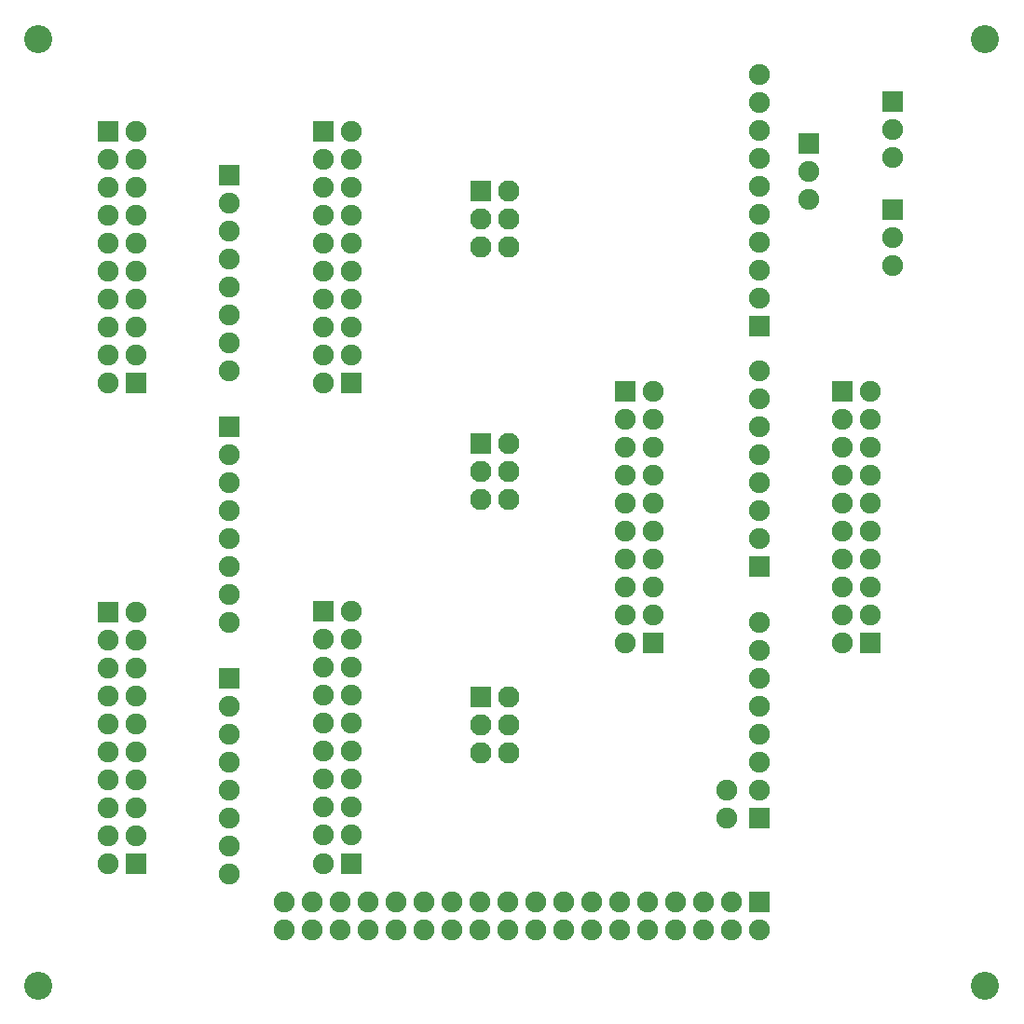
<source format=gts>
G04 DipTrace 3.0.0.1*
G04 arduino-shield_lay.GTS*
%MOIN*%
G04 #@! TF.FileFunction,Soldermask,Top*
G04 #@! TF.Part,Single*
%ADD25C,0.1004*%
%ADD32C,0.076898*%
%ADD34R,0.076898X0.076898*%
%ADD36C,0.074929*%
%ADD38R,0.074929X0.074929*%
%FSLAX26Y26*%
G04*
G70*
G90*
G75*
G01*
G04 TopMask*
%LPD*%
D38*
X1156520Y2475457D3*
D36*
Y2375457D3*
Y2275457D3*
Y2175457D3*
Y2075457D3*
Y1975457D3*
Y1875457D3*
Y1775457D3*
D38*
Y1575378D3*
D36*
Y1475378D3*
Y1375378D3*
Y1275378D3*
Y1175378D3*
Y1075378D3*
Y975378D3*
Y875378D3*
D38*
X3231727Y3488062D3*
D36*
Y3388062D3*
Y3288062D3*
D38*
X3531759Y3638077D3*
D36*
Y3538077D3*
Y3438077D3*
D38*
Y3250537D3*
D36*
Y3150537D3*
Y3050537D3*
D38*
X3055142Y1075323D3*
D36*
Y1175323D3*
Y1275323D3*
Y1375323D3*
Y1475323D3*
Y1575323D3*
Y1675323D3*
Y1775323D3*
D38*
Y775260D3*
D36*
Y675260D3*
X2955142Y775260D3*
Y675260D3*
X2855142Y775260D3*
Y675260D3*
X2755142Y775260D3*
Y675260D3*
X2655142Y775260D3*
Y675260D3*
X2555142Y775260D3*
Y675260D3*
X2455142Y775260D3*
Y675260D3*
X2355142Y775260D3*
Y675260D3*
X2255142Y775260D3*
Y675260D3*
X2155142Y775260D3*
Y675260D3*
X2055142Y775260D3*
Y675260D3*
X1955142Y775260D3*
Y675260D3*
X1855142Y775260D3*
Y675260D3*
X1755142Y775260D3*
Y675260D3*
X1655142Y775260D3*
Y675260D3*
X1555142Y775260D3*
Y675260D3*
X1455142Y775260D3*
Y675260D3*
X1355142Y775260D3*
Y675260D3*
D38*
X725224Y1812802D3*
D36*
X825224D3*
X725224Y1712802D3*
X825224D3*
X725224Y1612802D3*
X825224D3*
X725224Y1512802D3*
X825224D3*
X725224Y1412802D3*
X825224D3*
X725224Y1312802D3*
X825224D3*
X725224Y1212802D3*
X825224D3*
X725224Y1112802D3*
X825224D3*
X725224Y1012802D3*
X825224D3*
D38*
X1494045Y1812886D3*
D36*
X1594045D3*
X1494045Y1712886D3*
X1594045D3*
X1494045Y1612886D3*
X1594045D3*
X1494045Y1512886D3*
X1594045D3*
X1494045Y1412886D3*
X1594045D3*
X1494045Y1312886D3*
X1594045D3*
X1494045Y1212886D3*
X1594045D3*
X1494045Y1112886D3*
X1594045D3*
X1494045Y1012886D3*
X1594045D3*
D38*
X725214Y3531816D3*
D36*
X825214D3*
X725214Y3431816D3*
X825214D3*
X725214Y3331816D3*
X825214D3*
X725214Y3231816D3*
X825214D3*
X725214Y3131816D3*
X825214D3*
X725214Y3031816D3*
X825214D3*
X725214Y2931816D3*
X825214D3*
X725214Y2831816D3*
X825214D3*
X725214Y2731816D3*
X825214D3*
D38*
X1494045Y3531816D3*
D36*
X1594045D3*
X1494045Y3431816D3*
X1594045D3*
X1494045Y3331816D3*
X1594045D3*
X1494045Y3231816D3*
X1594045D3*
X1494045Y3131816D3*
X1594045D3*
X1494045Y3031816D3*
X1594045D3*
X1494045Y2931816D3*
X1594045D3*
X1494045Y2831816D3*
X1594045D3*
X1494045Y2731816D3*
X1594045D3*
D38*
X2575408Y2600469D3*
D36*
X2675408D3*
X2575408Y2500469D3*
X2675408D3*
X2575408Y2400469D3*
X2675408D3*
X2575408Y2300469D3*
X2675408D3*
X2575408Y2200469D3*
X2675408D3*
X2575408Y2100469D3*
X2675408D3*
X2575408Y2000469D3*
X2675408D3*
X2575408Y1900469D3*
X2675408D3*
X2575408Y1800469D3*
X2675408D3*
D38*
X3350490Y2600469D3*
D36*
X3450490D3*
X3350490Y2500469D3*
X3450490D3*
X3350490Y2400469D3*
X3450490D3*
X3350490Y2300469D3*
X3450490D3*
X3350490Y2200469D3*
X3450490D3*
X3350490Y2100469D3*
X3450490D3*
X3350490Y2000469D3*
X3450490D3*
X3350490Y1900469D3*
X3450490D3*
X3350490Y1800469D3*
X3450490D3*
D34*
X2056604Y1506604D3*
D32*
Y1406604D3*
Y1306604D3*
X2156604D3*
Y1406604D3*
Y1506604D3*
D34*
X2056604Y3319294D3*
D32*
Y3219294D3*
Y3119294D3*
X2156604D3*
Y3219294D3*
Y3319294D3*
D34*
X2056604Y2412949D3*
D32*
Y2312949D3*
Y2212949D3*
X2156604D3*
Y2312949D3*
Y2412949D3*
D25*
X3862749Y3862749D3*
X475251D3*
X3862749Y475249D3*
X475251Y475251D3*
D38*
X825224Y2631722D3*
D36*
X725224D3*
D38*
X1594055Y912791D3*
D36*
X1494055D3*
D38*
X1594055Y2631722D3*
D36*
X1494055D3*
D38*
X825224Y912791D3*
D36*
X725224D3*
D38*
X3450500Y1700374D3*
D36*
X3350500D3*
D38*
X2675419D3*
D36*
X2575419D3*
X2937946Y1175319D3*
Y1075308D3*
D38*
X1156509Y3375550D3*
D36*
Y3275550D3*
Y3175550D3*
Y3075550D3*
Y2975550D3*
Y2875550D3*
Y2775550D3*
Y2675550D3*
D38*
X3055142Y2835220D3*
D36*
Y2935220D3*
Y3035220D3*
Y3135220D3*
Y3235220D3*
Y3335220D3*
Y3435220D3*
Y3535220D3*
Y3635220D3*
Y3735220D3*
D38*
Y1975375D3*
D36*
Y2075375D3*
Y2175375D3*
Y2275375D3*
Y2375375D3*
Y2475375D3*
Y2575375D3*
Y2675375D3*
M02*

</source>
